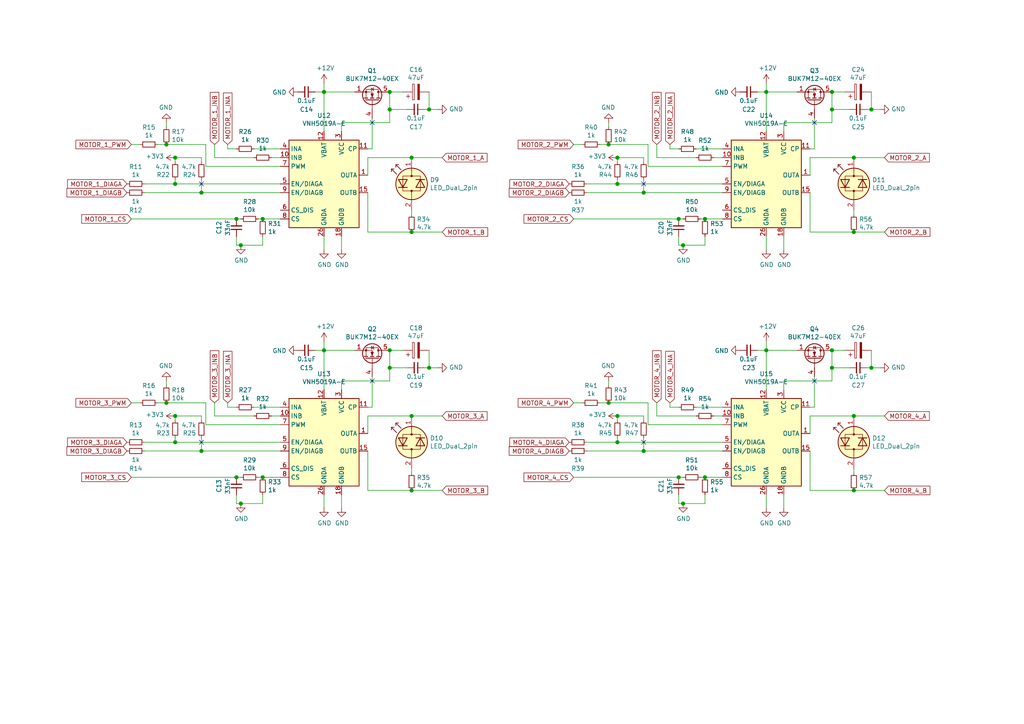
<source format=kicad_sch>
(kicad_sch (version 20201015) (generator eeschema)
  (page 1 6)
  (paper "A4")
  (lib_symbols
    (symbol "Device:CP" (pin_numbers hide) (pin_names (offset 0.254))
      (property "Reference" "C" (at 0.635 2.54 0))
      (property "Value" "CP" (at 0.635 -2.54 0))
      (symbol "CP_0_1"
        (rectangle (start -2.286 0.508) (end 2.286 1.016))
        (rectangle (start 2.286 -0.508) (end -2.286 -1.016) (fill (type outline)))
        (polyline (pts (xy -1.778 2.286) (xy -0.762 2.286)))
        (polyline (pts (xy -1.27 2.794) (xy -1.27 1.778)))
      )
      (symbol "CP_1_1"
        (pin passive line (at 0 3.81 270) (length 2.794) (name "~") (number "1"))
        (pin passive line (at 0 -3.81 90) (length 2.794) (name "~") (number "2"))
      )
    )
    (symbol "Device:C_Small" (pin_numbers hide) (pin_names (offset 0.254) hide)
      (property "Reference" "C" (at 0.254 1.778 0))
      (property "Value" "C_Small" (at 0.254 -2.032 0))
      (symbol "C_Small_0_1"
        (polyline (pts (xy -1.524 -0.508) (xy 1.524 -0.508)) (stroke (width 0.3302)))
        (polyline (pts (xy -1.524 0.508) (xy 1.524 0.508)) (stroke (width 0.3048)))
      )
      (symbol "C_Small_1_1"
        (pin passive line (at 0 2.54 270) (length 2.032) (name "~") (number "1"))
        (pin passive line (at 0 -2.54 90) (length 2.032) (name "~") (number "2"))
      )
    )
    (symbol "Device:LED_Dual_2pin" (pin_names (offset 0) hide)
      (property "Reference" "D" (at 0 5.715 0))
      (property "Value" "LED_Dual_2pin" (at 0 -6.35 0))
      (symbol "LED_Dual_2pin_0_1"
        (circle (center -2.032 0) (radius 0.254) (fill (type outline)))
        (circle (center 0 0) (radius 4.572) (stroke (width 0.254)) (fill (type background)))
        (circle (center 2.286 0) (radius 0.254) (fill (type outline)))
        (polyline (pts (xy -4.572 0) (xy -2.54 0)))
        (polyline (pts (xy -2.032 0) (xy -2.54 0)))
        (polyline (pts (xy -1.016 3.81) (xy -1.016 1.27)) (stroke (width 0.254)))
        (polyline (pts (xy 1.27 -1.27) (xy 1.27 -3.81)) (stroke (width 0.254)))
        (polyline (pts (xy 4.064 0) (xy 2.286 0)) (fill (type outline)))
        (polyline (pts (xy 4.318 5.842) (xy 4.318 5.08)) (stroke (width 0.2032)))
        (polyline (pts (xy 5.588 4.572) (xy 5.588 3.81)) (stroke (width 0.2032)))
        (polyline (pts (xy 2.794 4.318) (xy 4.318 5.842) (xy 3.556 5.842)) (stroke (width 0.2032)))
        (polyline (pts (xy 4.064 3.048) (xy 5.588 4.572) (xy 4.826 4.572)) (stroke (width 0.2032)))
        (polyline (pts (xy -1.016 -1.27) (xy -1.016 -3.81) (xy 1.27 -2.54) (xy -1.016 -1.27)) (stroke (width 0.254)))
        (polyline (pts (xy 1.27 3.81) (xy 1.27 1.27) (xy -1.016 2.54) (xy 1.27 3.81)) (stroke (width 0.254)))
        (polyline (pts (xy 2.286 2.54) (xy -2.032 2.54) (xy -2.032 -2.54) (xy 2.286 -2.54) (xy 2.286 2.54)))
      )
      (symbol "LED_Dual_2pin_1_1"
        (pin input line (at 7.62 0 180) (length 3.81) (name "KA") (number "1"))
        (pin input line (at -7.62 0 0) (length 3.048) (name "AK") (number "2"))
      )
    )
    (symbol "Device:R_Small" (pin_numbers hide) (pin_names (offset 0.254) hide)
      (property "Reference" "R" (at 0.762 0.508 0))
      (property "Value" "R_Small" (at 0.762 -1.016 0))
      (symbol "R_Small_0_1"
        (rectangle (start -0.762 1.778) (end 0.762 -1.778) (stroke (width 0.2032)))
      )
      (symbol "R_Small_1_1"
        (pin passive line (at 0 2.54 270) (length 0.762) (name "~") (number "1"))
        (pin passive line (at 0 -2.54 90) (length 0.762) (name "~") (number "2"))
      )
    )
    (symbol "Driver_Motor:VNH5019A-E"
      (property "Reference" "U" (at -7.62 13.97 0))
      (property "Value" "VNH5019A-E" (at 12.7 13.97 0))
      (symbol "VNH5019A-E_0_1"
        (rectangle (start -10.16 12.7) (end 10.16 -12.7) (stroke (width 0.254)) (fill (type background)))
      )
      (symbol "VNH5019A-E_1_1"
        (pin output line (at 12.7 2.54 180) (length 2.54) (name "OUTA") (number "1"))
        (pin input line (at -12.7 7.62 0) (length 2.54) (name "INB") (number "10"))
        (pin output line (at 12.7 10.16 180) (length 2.54) (name "CP") (number "11"))
        (pin power_in line (at 0 15.24 270) (length 2.54) (name "VBAT") (number "12"))
        (pin passive line (at 5.08 15.24 270) (length 2.54) hide (name "VCC") (number "13"))
        (pin unconnected line (at 10.16 -10.16 180) (length 2.54) hide (name "NC") (number "14"))
        (pin output line (at 12.7 -2.54 180) (length 2.54) (name "OUTB") (number "15"))
        (pin passive line (at 12.7 -2.54 180) (length 2.54) hide (name "OUTB") (number "16"))
        (pin unconnected line (at 10.16 -5.08 180) (length 2.54) hide (name "NC") (number "17"))
        (pin power_in line (at 5.08 -15.24 90) (length 2.54) (name "GNDB") (number "18"))
        (pin passive line (at 5.08 -15.24 90) (length 2.54) hide (name "GNDB") (number "19"))
        (pin unconnected line (at 10.16 -7.62 180) (length 2.54) hide (name "NC") (number "2"))
        (pin passive line (at 5.08 -15.24 90) (length 2.54) hide (name "GNDB") (number "20"))
        (pin passive line (at 12.7 -2.54 180) (length 2.54) hide (name "OUTB") (number "21"))
        (pin unconnected line (at 10.16 0 180) (length 2.54) hide (name "NC") (number "22"))
        (pin passive line (at 5.08 15.24 270) (length 2.54) hide (name "VCC") (number "23"))
        (pin unconnected line (at 10.16 5.08 180) (length 2.54) hide (name "NC") (number "24"))
        (pin passive line (at 12.7 2.54 180) (length 2.54) hide (name "OUTA") (number "25"))
        (pin power_in line (at 0 -15.24 90) (length 2.54) (name "GNDA") (number "26"))
        (pin passive line (at 0 -15.24 90) (length 2.54) hide (name "GNDA") (number "27"))
        (pin passive line (at 0 -15.24 90) (length 2.54) hide (name "GNDA") (number "28"))
        (pin unconnected line (at 10.16 7.62 180) (length 2.54) hide (name "NC") (number "29"))
        (pin power_in line (at 5.08 15.24 270) (length 2.54) (name "VCC") (number "3"))
        (pin passive line (at 12.7 2.54 180) (length 2.54) hide (name "OUTA") (number "30"))
        (pin passive line (at 5.08 15.24 270) (length 2.54) hide (name "VCC") (number "31"))
        (pin passive line (at 12.7 -2.54 180) (length 2.54) hide (name "OUTB") (number "32"))
        (pin passive line (at 12.7 2.54 180) (length 2.54) hide (name "OUTA") (number "33"))
        (pin input line (at -12.7 10.16 0) (length 2.54) (name "INA") (number "4"))
        (pin open_collector line (at -12.7 0 0) (length 2.54) (name "EN/DIAGA") (number "5"))
        (pin input line (at -12.7 -7.62 0) (length 2.54) (name "CS_DIS") (number "6"))
        (pin input line (at -12.7 5.08 0) (length 2.54) (name "PWM") (number "7"))
        (pin output line (at -12.7 -10.16 0) (length 2.54) (name "CS") (number "8"))
        (pin open_collector line (at -12.7 -2.54 0) (length 2.54) (name "EN/DIAGB") (number "9"))
      )
    )
    (symbol "Transistor_FET:BUK7M12-40EX" (pin_names hide)
      (property "Reference" "Q" (at 5.08 1.905 0))
      (property "Value" "BUK7M12-40EX" (at 5.08 0 0))
      (symbol "BUK7M12-40EX_0_1"
        (circle (center 1.651 0) (radius 2.794) (stroke (width 0.254)))
        (circle (center 2.54 -1.778) (radius 0.254) (fill (type outline)))
        (circle (center 2.54 1.778) (radius 0.254) (fill (type outline)))
        (polyline (pts (xy 0.254 0) (xy -2.54 0)))
        (polyline (pts (xy 0.254 1.905) (xy 0.254 -1.905)) (stroke (width 0.254)))
        (polyline (pts (xy 0.762 -1.27) (xy 0.762 -2.286)) (stroke (width 0.254)))
        (polyline (pts (xy 0.762 0.508) (xy 0.762 -0.508)) (stroke (width 0.254)))
        (polyline (pts (xy 0.762 2.286) (xy 0.762 1.27)) (stroke (width 0.254)))
        (polyline (pts (xy 2.54 2.54) (xy 2.54 1.778)))
        (polyline (pts (xy 2.54 -2.54) (xy 2.54 0) (xy 0.762 0)))
        (polyline (pts (xy 0.762 -1.778) (xy 3.302 -1.778) (xy 3.302 1.778) (xy 0.762 1.778)))
        (polyline (pts (xy 1.016 0) (xy 2.032 0.381) (xy 2.032 -0.381) (xy 1.016 0)) (fill (type outline)))
        (polyline (pts (xy 2.794 0.508) (xy 2.921 0.381) (xy 3.683 0.381) (xy 3.81 0.254)))
        (polyline (pts (xy 3.302 0.381) (xy 2.921 -0.254) (xy 3.683 -0.254) (xy 3.302 0.381)))
      )
      (symbol "BUK7M12-40EX_1_1"
        (pin passive line (at 2.54 -5.08 90) (length 2.54) (name "S") (number "1"))
        (pin passive line (at 2.54 -5.08 90) (length 2.54) hide (name "S") (number "2"))
        (pin passive line (at 2.54 -5.08 90) (length 2.54) hide (name "S") (number "3"))
        (pin passive line (at -5.08 0 0) (length 2.54) (name "G") (number "4"))
        (pin passive line (at 2.54 5.08 270) (length 2.54) (name "D") (number "5"))
      )
    )
    (symbol "power:+12V" (power) (pin_names (offset 0))
      (property "Value" "+12V" (at 0 3.556 0))
      (symbol "+12V_0_1"
        (polyline (pts (xy -0.762 1.27) (xy 0 2.54)))
        (polyline (pts (xy 0 0) (xy 0 2.54)))
        (polyline (pts (xy 0 2.54) (xy 0.762 1.27)))
      )
      (symbol "+12V_1_1"
        (pin power_in line (at 0 0 90) (length 0) hide (name "+12V") (number "1"))
      )
    )
    (symbol "power:+3.3V" (power) (pin_names (offset 0))
      (property "Value" "+3.3V" (at 0 3.556 0))
      (symbol "+3.3V_0_1"
        (polyline (pts (xy -0.762 1.27) (xy 0 2.54)))
        (polyline (pts (xy 0 0) (xy 0 2.54)))
        (polyline (pts (xy 0 2.54) (xy 0.762 1.27)))
      )
      (symbol "+3.3V_1_1"
        (pin power_in line (at 0 0 90) (length 0) hide (name "+3V3") (number "1"))
      )
    )
    (symbol "power:GND" (power) (pin_names (offset 0))
      (property "Value" "GND" (at 0 -3.81 0))
      (symbol "GND_0_1"
        (polyline (pts (xy 0 0) (xy 0 -1.27) (xy 1.27 -1.27) (xy 0 -2.54) (xy -1.27 -1.27) (xy 0 -1.27)))
      )
      (symbol "GND_1_1"
        (pin power_in line (at 0 0 270) (length 0) hide (name "GND") (number "1"))
      )
    )
  )
  (junction (at 48.26 41.91) (diameter 1.016))
  (junction (at 48.26 116.84) (diameter 1.016))
  (junction (at 50.8 45.72) (diameter 1.016))
  (junction (at 50.8 53.34) (diameter 1.016))
  (junction (at 50.8 120.65) (diameter 1.016))
  (junction (at 50.8 128.27) (diameter 1.016))
  (junction (at 58.42 55.88) (diameter 1.016))
  (junction (at 58.42 130.81) (diameter 1.016))
  (junction (at 68.58 63.5) (diameter 1.016))
  (junction (at 68.58 138.43) (diameter 1.016))
  (junction (at 69.85 71.12) (diameter 1.016))
  (junction (at 69.85 146.05) (diameter 1.016))
  (junction (at 76.2 63.5) (diameter 1.016))
  (junction (at 76.2 138.43) (diameter 1.016))
  (junction (at 93.98 26.67) (diameter 1.016))
  (junction (at 93.98 101.6) (diameter 1.016))
  (junction (at 113.03 26.67) (diameter 1.016))
  (junction (at 113.03 31.75) (diameter 1.016))
  (junction (at 113.03 101.6) (diameter 1.016))
  (junction (at 113.03 106.68) (diameter 1.016))
  (junction (at 119.38 45.72) (diameter 1.016))
  (junction (at 119.38 67.31) (diameter 1.016))
  (junction (at 119.38 120.65) (diameter 1.016))
  (junction (at 119.38 142.24) (diameter 1.016))
  (junction (at 124.46 31.75) (diameter 1.016))
  (junction (at 124.46 106.68) (diameter 1.016))
  (junction (at 176.53 41.91) (diameter 1.016))
  (junction (at 176.53 116.84) (diameter 1.016))
  (junction (at 179.07 45.72) (diameter 1.016))
  (junction (at 179.07 53.34) (diameter 1.016))
  (junction (at 179.07 120.65) (diameter 1.016))
  (junction (at 179.07 128.27) (diameter 1.016))
  (junction (at 186.69 55.88) (diameter 1.016))
  (junction (at 186.69 130.81) (diameter 1.016))
  (junction (at 196.85 63.5) (diameter 1.016))
  (junction (at 196.85 138.43) (diameter 1.016))
  (junction (at 198.12 71.12) (diameter 1.016))
  (junction (at 198.12 146.05) (diameter 1.016))
  (junction (at 204.47 63.5) (diameter 1.016))
  (junction (at 204.47 138.43) (diameter 1.016))
  (junction (at 222.25 26.67) (diameter 1.016))
  (junction (at 222.25 101.6) (diameter 1.016))
  (junction (at 241.3 26.67) (diameter 1.016))
  (junction (at 241.3 31.75) (diameter 1.016))
  (junction (at 241.3 101.6) (diameter 1.016))
  (junction (at 241.3 106.68) (diameter 1.016))
  (junction (at 247.65 45.72) (diameter 1.016))
  (junction (at 247.65 67.31) (diameter 1.016))
  (junction (at 247.65 120.65) (diameter 1.016))
  (junction (at 247.65 142.24) (diameter 1.016))
  (junction (at 252.73 31.75) (diameter 1.016))
  (junction (at 252.73 106.68) (diameter 1.016))
  (no_connect (at 58.42 53.34))
  (no_connect (at 107.95 110.49))
  (no_connect (at 186.69 53.34))
  (no_connect (at 186.69 128.27))
  (no_connect (at 236.22 110.49))
  (no_connect (at 236.22 35.56))
  (no_connect (at 107.95 35.56))
  (no_connect (at 58.42 128.27))
  (wire (pts (xy 38.1 63.5) (xy 68.58 63.5)))
  (wire (pts (xy 38.1 138.43) (xy 68.58 138.43)))
  (wire (pts (xy 40.64 41.91) (xy 38.1 41.91)))
  (wire (pts (xy 40.64 116.84) (xy 38.1 116.84)))
  (wire (pts (xy 41.91 53.34) (xy 50.8 53.34)))
  (wire (pts (xy 41.91 55.88) (xy 58.42 55.88)))
  (wire (pts (xy 41.91 128.27) (xy 50.8 128.27)))
  (wire (pts (xy 41.91 130.81) (xy 58.42 130.81)))
  (wire (pts (xy 45.72 41.91) (xy 48.26 41.91)))
  (wire (pts (xy 45.72 116.84) (xy 48.26 116.84)))
  (wire (pts (xy 48.26 35.56) (xy 48.26 36.83)))
  (wire (pts (xy 48.26 110.49) (xy 48.26 111.76)))
  (wire (pts (xy 50.8 45.72) (xy 58.42 45.72)))
  (wire (pts (xy 50.8 46.99) (xy 50.8 45.72)))
  (wire (pts (xy 50.8 52.07) (xy 50.8 53.34)))
  (wire (pts (xy 50.8 53.34) (xy 81.28 53.34)))
  (wire (pts (xy 50.8 120.65) (xy 58.42 120.65)))
  (wire (pts (xy 50.8 121.92) (xy 50.8 120.65)))
  (wire (pts (xy 50.8 127) (xy 50.8 128.27)))
  (wire (pts (xy 50.8 128.27) (xy 81.28 128.27)))
  (wire (pts (xy 58.42 45.72) (xy 58.42 46.99)))
  (wire (pts (xy 58.42 52.07) (xy 58.42 55.88)))
  (wire (pts (xy 58.42 55.88) (xy 81.28 55.88)))
  (wire (pts (xy 58.42 120.65) (xy 58.42 121.92)))
  (wire (pts (xy 58.42 127) (xy 58.42 130.81)))
  (wire (pts (xy 58.42 130.81) (xy 81.28 130.81)))
  (wire (pts (xy 59.69 41.91) (xy 48.26 41.91)))
  (wire (pts (xy 59.69 48.26) (xy 59.69 41.91)))
  (wire (pts (xy 59.69 48.26) (xy 81.28 48.26)))
  (wire (pts (xy 59.69 116.84) (xy 48.26 116.84)))
  (wire (pts (xy 59.69 123.19) (xy 59.69 116.84)))
  (wire (pts (xy 59.69 123.19) (xy 81.28 123.19)))
  (wire (pts (xy 62.23 41.91) (xy 62.23 45.72)))
  (wire (pts (xy 62.23 45.72) (xy 73.66 45.72)))
  (wire (pts (xy 62.23 116.84) (xy 62.23 120.65)))
  (wire (pts (xy 62.23 120.65) (xy 73.66 120.65)))
  (wire (pts (xy 66.04 41.91) (xy 66.04 43.18)))
  (wire (pts (xy 66.04 43.18) (xy 68.58 43.18)))
  (wire (pts (xy 66.04 116.84) (xy 66.04 118.11)))
  (wire (pts (xy 66.04 118.11) (xy 68.58 118.11)))
  (wire (pts (xy 68.58 63.5) (xy 69.85 63.5)))
  (wire (pts (xy 68.58 68.58) (xy 68.58 71.12)))
  (wire (pts (xy 68.58 71.12) (xy 69.85 71.12)))
  (wire (pts (xy 68.58 138.43) (xy 69.85 138.43)))
  (wire (pts (xy 68.58 143.51) (xy 68.58 146.05)))
  (wire (pts (xy 68.58 146.05) (xy 69.85 146.05)))
  (wire (pts (xy 73.66 43.18) (xy 81.28 43.18)))
  (wire (pts (xy 73.66 118.11) (xy 81.28 118.11)))
  (wire (pts (xy 76.2 63.5) (xy 74.93 63.5)))
  (wire (pts (xy 76.2 68.58) (xy 76.2 71.12)))
  (wire (pts (xy 76.2 71.12) (xy 69.85 71.12)))
  (wire (pts (xy 76.2 138.43) (xy 74.93 138.43)))
  (wire (pts (xy 76.2 143.51) (xy 76.2 146.05)))
  (wire (pts (xy 76.2 146.05) (xy 69.85 146.05)))
  (wire (pts (xy 78.74 45.72) (xy 81.28 45.72)))
  (wire (pts (xy 78.74 120.65) (xy 81.28 120.65)))
  (wire (pts (xy 81.28 63.5) (xy 76.2 63.5)))
  (wire (pts (xy 81.28 138.43) (xy 76.2 138.43)))
  (wire (pts (xy 91.44 26.67) (xy 93.98 26.67)))
  (wire (pts (xy 91.44 101.6) (xy 93.98 101.6)))
  (wire (pts (xy 93.98 24.13) (xy 93.98 26.67)))
  (wire (pts (xy 93.98 26.67) (xy 93.98 38.1)))
  (wire (pts (xy 93.98 26.67) (xy 102.87 26.67)))
  (wire (pts (xy 93.98 72.39) (xy 93.98 68.58)))
  (wire (pts (xy 93.98 99.06) (xy 93.98 101.6)))
  (wire (pts (xy 93.98 101.6) (xy 93.98 113.03)))
  (wire (pts (xy 93.98 101.6) (xy 102.87 101.6)))
  (wire (pts (xy 93.98 147.32) (xy 93.98 143.51)))
  (wire (pts (xy 99.06 35.56) (xy 99.06 38.1)))
  (wire (pts (xy 99.06 35.56) (xy 113.03 35.56)))
  (wire (pts (xy 99.06 72.39) (xy 99.06 68.58)))
  (wire (pts (xy 99.06 110.49) (xy 99.06 113.03)))
  (wire (pts (xy 99.06 110.49) (xy 113.03 110.49)))
  (wire (pts (xy 99.06 147.32) (xy 99.06 143.51)))
  (wire (pts (xy 106.68 43.18) (xy 107.95 43.18)))
  (wire (pts (xy 106.68 45.72) (xy 119.38 45.72)))
  (wire (pts (xy 106.68 50.8) (xy 106.68 45.72)))
  (wire (pts (xy 106.68 67.31) (xy 106.68 55.88)))
  (wire (pts (xy 106.68 118.11) (xy 107.95 118.11)))
  (wire (pts (xy 106.68 120.65) (xy 119.38 120.65)))
  (wire (pts (xy 106.68 125.73) (xy 106.68 120.65)))
  (wire (pts (xy 106.68 142.24) (xy 106.68 130.81)))
  (wire (pts (xy 107.95 34.29) (xy 107.95 43.18)))
  (wire (pts (xy 107.95 109.22) (xy 107.95 118.11)))
  (wire (pts (xy 113.03 26.67) (xy 113.03 31.75)))
  (wire (pts (xy 113.03 31.75) (xy 113.03 35.56)))
  (wire (pts (xy 113.03 101.6) (xy 113.03 106.68)))
  (wire (pts (xy 113.03 106.68) (xy 113.03 110.49)))
  (wire (pts (xy 116.84 26.67) (xy 113.03 26.67)))
  (wire (pts (xy 116.84 101.6) (xy 113.03 101.6)))
  (wire (pts (xy 118.11 31.75) (xy 113.03 31.75)))
  (wire (pts (xy 118.11 106.68) (xy 113.03 106.68)))
  (wire (pts (xy 119.38 45.72) (xy 128.27 45.72)))
  (wire (pts (xy 119.38 62.23) (xy 119.38 60.96)))
  (wire (pts (xy 119.38 67.31) (xy 106.68 67.31)))
  (wire (pts (xy 119.38 120.65) (xy 128.27 120.65)))
  (wire (pts (xy 119.38 137.16) (xy 119.38 135.89)))
  (wire (pts (xy 119.38 142.24) (xy 106.68 142.24)))
  (wire (pts (xy 123.19 31.75) (xy 124.46 31.75)))
  (wire (pts (xy 123.19 106.68) (xy 124.46 106.68)))
  (wire (pts (xy 124.46 26.67) (xy 124.46 31.75)))
  (wire (pts (xy 124.46 31.75) (xy 127 31.75)))
  (wire (pts (xy 124.46 101.6) (xy 124.46 106.68)))
  (wire (pts (xy 124.46 106.68) (xy 127 106.68)))
  (wire (pts (xy 128.27 67.31) (xy 119.38 67.31)))
  (wire (pts (xy 128.27 142.24) (xy 119.38 142.24)))
  (wire (pts (xy 166.37 63.5) (xy 196.85 63.5)))
  (wire (pts (xy 166.37 138.43) (xy 196.85 138.43)))
  (wire (pts (xy 168.91 41.91) (xy 166.37 41.91)))
  (wire (pts (xy 168.91 116.84) (xy 166.37 116.84)))
  (wire (pts (xy 170.18 53.34) (xy 179.07 53.34)))
  (wire (pts (xy 170.18 55.88) (xy 186.69 55.88)))
  (wire (pts (xy 170.18 128.27) (xy 179.07 128.27)))
  (wire (pts (xy 170.18 130.81) (xy 186.69 130.81)))
  (wire (pts (xy 173.99 41.91) (xy 176.53 41.91)))
  (wire (pts (xy 173.99 116.84) (xy 176.53 116.84)))
  (wire (pts (xy 176.53 35.56) (xy 176.53 36.83)))
  (wire (pts (xy 176.53 110.49) (xy 176.53 111.76)))
  (wire (pts (xy 179.07 45.72) (xy 186.69 45.72)))
  (wire (pts (xy 179.07 46.99) (xy 179.07 45.72)))
  (wire (pts (xy 179.07 52.07) (xy 179.07 53.34)))
  (wire (pts (xy 179.07 53.34) (xy 209.55 53.34)))
  (wire (pts (xy 179.07 120.65) (xy 186.69 120.65)))
  (wire (pts (xy 179.07 121.92) (xy 179.07 120.65)))
  (wire (pts (xy 179.07 127) (xy 179.07 128.27)))
  (wire (pts (xy 179.07 128.27) (xy 209.55 128.27)))
  (wire (pts (xy 186.69 45.72) (xy 186.69 46.99)))
  (wire (pts (xy 186.69 52.07) (xy 186.69 55.88)))
  (wire (pts (xy 186.69 55.88) (xy 209.55 55.88)))
  (wire (pts (xy 186.69 120.65) (xy 186.69 121.92)))
  (wire (pts (xy 186.69 127) (xy 186.69 130.81)))
  (wire (pts (xy 186.69 130.81) (xy 209.55 130.81)))
  (wire (pts (xy 187.96 41.91) (xy 176.53 41.91)))
  (wire (pts (xy 187.96 48.26) (xy 187.96 41.91)))
  (wire (pts (xy 187.96 48.26) (xy 209.55 48.26)))
  (wire (pts (xy 187.96 116.84) (xy 176.53 116.84)))
  (wire (pts (xy 187.96 123.19) (xy 187.96 116.84)))
  (wire (pts (xy 187.96 123.19) (xy 209.55 123.19)))
  (wire (pts (xy 190.5 41.91) (xy 190.5 45.72)))
  (wire (pts (xy 190.5 45.72) (xy 201.93 45.72)))
  (wire (pts (xy 190.5 116.84) (xy 190.5 120.65)))
  (wire (pts (xy 190.5 120.65) (xy 201.93 120.65)))
  (wire (pts (xy 194.31 41.91) (xy 194.31 43.18)))
  (wire (pts (xy 194.31 43.18) (xy 196.85 43.18)))
  (wire (pts (xy 194.31 116.84) (xy 194.31 118.11)))
  (wire (pts (xy 194.31 118.11) (xy 196.85 118.11)))
  (wire (pts (xy 196.85 63.5) (xy 198.12 63.5)))
  (wire (pts (xy 196.85 68.58) (xy 196.85 71.12)))
  (wire (pts (xy 196.85 71.12) (xy 198.12 71.12)))
  (wire (pts (xy 196.85 138.43) (xy 198.12 138.43)))
  (wire (pts (xy 196.85 143.51) (xy 196.85 146.05)))
  (wire (pts (xy 196.85 146.05) (xy 198.12 146.05)))
  (wire (pts (xy 201.93 43.18) (xy 209.55 43.18)))
  (wire (pts (xy 201.93 118.11) (xy 209.55 118.11)))
  (wire (pts (xy 204.47 63.5) (xy 203.2 63.5)))
  (wire (pts (xy 204.47 68.58) (xy 204.47 71.12)))
  (wire (pts (xy 204.47 71.12) (xy 198.12 71.12)))
  (wire (pts (xy 204.47 138.43) (xy 203.2 138.43)))
  (wire (pts (xy 204.47 143.51) (xy 204.47 146.05)))
  (wire (pts (xy 204.47 146.05) (xy 198.12 146.05)))
  (wire (pts (xy 207.01 45.72) (xy 209.55 45.72)))
  (wire (pts (xy 207.01 120.65) (xy 209.55 120.65)))
  (wire (pts (xy 209.55 63.5) (xy 204.47 63.5)))
  (wire (pts (xy 209.55 138.43) (xy 204.47 138.43)))
  (wire (pts (xy 219.71 26.67) (xy 222.25 26.67)))
  (wire (pts (xy 219.71 101.6) (xy 222.25 101.6)))
  (wire (pts (xy 222.25 24.13) (xy 222.25 26.67)))
  (wire (pts (xy 222.25 26.67) (xy 222.25 38.1)))
  (wire (pts (xy 222.25 26.67) (xy 231.14 26.67)))
  (wire (pts (xy 222.25 72.39) (xy 222.25 68.58)))
  (wire (pts (xy 222.25 99.06) (xy 222.25 101.6)))
  (wire (pts (xy 222.25 101.6) (xy 222.25 113.03)))
  (wire (pts (xy 222.25 101.6) (xy 231.14 101.6)))
  (wire (pts (xy 222.25 147.32) (xy 222.25 143.51)))
  (wire (pts (xy 227.33 35.56) (xy 227.33 38.1)))
  (wire (pts (xy 227.33 35.56) (xy 241.3 35.56)))
  (wire (pts (xy 227.33 72.39) (xy 227.33 68.58)))
  (wire (pts (xy 227.33 110.49) (xy 227.33 113.03)))
  (wire (pts (xy 227.33 110.49) (xy 241.3 110.49)))
  (wire (pts (xy 227.33 147.32) (xy 227.33 143.51)))
  (wire (pts (xy 234.95 43.18) (xy 236.22 43.18)))
  (wire (pts (xy 234.95 45.72) (xy 247.65 45.72)))
  (wire (pts (xy 234.95 50.8) (xy 234.95 45.72)))
  (wire (pts (xy 234.95 67.31) (xy 234.95 55.88)))
  (wire (pts (xy 234.95 118.11) (xy 236.22 118.11)))
  (wire (pts (xy 234.95 120.65) (xy 247.65 120.65)))
  (wire (pts (xy 234.95 125.73) (xy 234.95 120.65)))
  (wire (pts (xy 234.95 142.24) (xy 234.95 130.81)))
  (wire (pts (xy 236.22 34.29) (xy 236.22 43.18)))
  (wire (pts (xy 236.22 109.22) (xy 236.22 118.11)))
  (wire (pts (xy 241.3 26.67) (xy 241.3 31.75)))
  (wire (pts (xy 241.3 31.75) (xy 241.3 35.56)))
  (wire (pts (xy 241.3 101.6) (xy 241.3 106.68)))
  (wire (pts (xy 241.3 106.68) (xy 241.3 110.49)))
  (wire (pts (xy 245.11 26.67) (xy 241.3 26.67)))
  (wire (pts (xy 245.11 101.6) (xy 241.3 101.6)))
  (wire (pts (xy 246.38 31.75) (xy 241.3 31.75)))
  (wire (pts (xy 246.38 106.68) (xy 241.3 106.68)))
  (wire (pts (xy 247.65 45.72) (xy 256.54 45.72)))
  (wire (pts (xy 247.65 62.23) (xy 247.65 60.96)))
  (wire (pts (xy 247.65 67.31) (xy 234.95 67.31)))
  (wire (pts (xy 247.65 120.65) (xy 256.54 120.65)))
  (wire (pts (xy 247.65 137.16) (xy 247.65 135.89)))
  (wire (pts (xy 247.65 142.24) (xy 234.95 142.24)))
  (wire (pts (xy 251.46 31.75) (xy 252.73 31.75)))
  (wire (pts (xy 251.46 106.68) (xy 252.73 106.68)))
  (wire (pts (xy 252.73 26.67) (xy 252.73 31.75)))
  (wire (pts (xy 252.73 31.75) (xy 255.27 31.75)))
  (wire (pts (xy 252.73 101.6) (xy 252.73 106.68)))
  (wire (pts (xy 252.73 106.68) (xy 255.27 106.68)))
  (wire (pts (xy 256.54 67.31) (xy 247.65 67.31)))
  (wire (pts (xy 256.54 142.24) (xy 247.65 142.24)))
  (global_label "MOTOR_1_DIAGA" (shape input) (at 36.83 53.34 180))
  (global_label "MOTOR_1_DIAGB" (shape input) (at 36.83 55.88 180))
  (global_label "MOTOR_3_DIAGA" (shape input) (at 36.83 128.27 180))
  (global_label "MOTOR_3_DIAGB" (shape input) (at 36.83 130.81 180))
  (global_label "MOTOR_1_PWM" (shape input) (at 38.1 41.91 180))
  (global_label "MOTOR_1_CS" (shape input) (at 38.1 63.5 180))
  (global_label "MOTOR_3_PWM" (shape input) (at 38.1 116.84 180))
  (global_label "MOTOR_3_CS" (shape input) (at 38.1 138.43 180))
  (global_label "MOTOR_1_INB" (shape input) (at 62.23 41.91 90))
  (global_label "MOTOR_3_INB" (shape input) (at 62.23 116.84 90))
  (global_label "MOTOR_1_INA" (shape input) (at 66.04 41.91 90))
  (global_label "MOTOR_3_INA" (shape input) (at 66.04 116.84 90))
  (global_label "MOTOR_1_A" (shape input) (at 128.27 45.72 0))
  (global_label "MOTOR_1_B" (shape input) (at 128.27 67.31 0))
  (global_label "MOTOR_3_A" (shape input) (at 128.27 120.65 0))
  (global_label "MOTOR_3_B" (shape input) (at 128.27 142.24 0))
  (global_label "MOTOR_2_DIAGA" (shape input) (at 165.1 53.34 180))
  (global_label "MOTOR_2_DIAGB" (shape input) (at 165.1 55.88 180))
  (global_label "MOTOR_4_DIAGA" (shape input) (at 165.1 128.27 180))
  (global_label "MOTOR_4_DIAGB" (shape input) (at 165.1 130.81 180))
  (global_label "MOTOR_2_PWM" (shape input) (at 166.37 41.91 180))
  (global_label "MOTOR_2_CS" (shape input) (at 166.37 63.5 180))
  (global_label "MOTOR_4_PWM" (shape input) (at 166.37 116.84 180))
  (global_label "MOTOR_4_CS" (shape input) (at 166.37 138.43 180))
  (global_label "MOTOR_2_INB" (shape input) (at 190.5 41.91 90))
  (global_label "MOTOR_4_INB" (shape input) (at 190.5 116.84 90))
  (global_label "MOTOR_2_INA" (shape input) (at 194.31 41.91 90))
  (global_label "MOTOR_4_INA" (shape input) (at 194.31 116.84 90))
  (global_label "MOTOR_2_A" (shape input) (at 256.54 45.72 0))
  (global_label "MOTOR_2_B" (shape input) (at 256.54 67.31 0))
  (global_label "MOTOR_4_A" (shape input) (at 256.54 120.65 0))
  (global_label "MOTOR_4_B" (shape input) (at 256.54 142.24 0))
  (symbol (lib_id "power:+3.3V") (at 50.8 45.72 90) (unit 1)
    (property "Reference" "#PWR0199" (effects hide))
    (property "Value" "+3.3V" (at 47.5488 45.339 90) (effects (justify left)))
  )
  (symbol (lib_id "power:+3.3V") (at 50.8 120.65 90) (unit 1)
    (property "Reference" "#PWR0215" (effects hide))
    (property "Value" "+3.3V" (at 47.5488 120.269 90) (effects (justify left)))
  )
  (symbol (lib_id "power:+12V") (at 93.98 24.13 0) (unit 1)
    (property "Reference" "#PWR0202" (effects hide))
    (property "Value" "+12V" (at 94.361 19.7358 0))
  )
  (symbol (lib_id "power:+12V") (at 93.98 99.06 0) (unit 1)
    (property "Reference" "#PWR0218" (effects hide))
    (property "Value" "+12V" (at 94.361 94.6658 0))
  )
  (symbol (lib_id "power:+3.3V") (at 179.07 45.72 90) (unit 1)
    (property "Reference" "#PWR0207" (effects hide))
    (property "Value" "+3.3V" (at 175.8188 45.339 90) (effects (justify left)))
  )
  (symbol (lib_id "power:+3.3V") (at 179.07 120.65 90) (unit 1)
    (property "Reference" "#PWR0223" (effects hide))
    (property "Value" "+3.3V" (at 175.8188 120.269 90) (effects (justify left)))
  )
  (symbol (lib_id "power:+12V") (at 222.25 24.13 0) (unit 1)
    (property "Reference" "#PWR0210" (effects hide))
    (property "Value" "+12V" (at 222.631 19.7358 0))
  )
  (symbol (lib_id "power:+12V") (at 222.25 99.06 0) (unit 1)
    (property "Reference" "#PWR0226" (effects hide))
    (property "Value" "+12V" (at 222.631 94.6658 0))
  )
  (symbol (lib_id "power:GND") (at 48.26 35.56 180) (unit 1)
    (property "Reference" "#PWR0205" (effects hide))
    (property "Value" "GND" (at 48.133 31.1658 0))
  )
  (symbol (lib_id "power:GND") (at 48.26 110.49 180) (unit 1)
    (property "Reference" "#PWR0221" (effects hide))
    (property "Value" "GND" (at 48.133 106.0958 0))
  )
  (symbol (lib_id "power:GND") (at 69.85 71.12 0) (unit 1)
    (property "Reference" "#PWR0200" (effects hide))
    (property "Value" "GND" (at 69.977 75.5142 0))
  )
  (symbol (lib_id "power:GND") (at 69.85 146.05 0) (unit 1)
    (property "Reference" "#PWR0216" (effects hide))
    (property "Value" "GND" (at 69.977 150.4442 0))
  )
  (symbol (lib_id "power:GND") (at 86.36 26.67 270) (unit 1)
    (property "Reference" "#PWR0206" (effects hide))
    (property "Value" "GND" (at 83.1088 26.797 90) (effects (justify right)))
  )
  (symbol (lib_id "power:GND") (at 86.36 101.6 270) (unit 1)
    (property "Reference" "#PWR0222" (effects hide))
    (property "Value" "GND" (at 83.1088 101.727 90) (effects (justify right)))
  )
  (symbol (lib_id "power:GND") (at 93.98 72.39 0) (unit 1)
    (property "Reference" "#PWR0204" (effects hide))
    (property "Value" "GND" (at 94.107 76.7842 0))
  )
  (symbol (lib_id "power:GND") (at 93.98 147.32 0) (unit 1)
    (property "Reference" "#PWR0220" (effects hide))
    (property "Value" "GND" (at 94.107 151.7142 0))
  )
  (symbol (lib_id "power:GND") (at 99.06 72.39 0) (unit 1)
    (property "Reference" "#PWR0203" (effects hide))
    (property "Value" "GND" (at 99.187 76.7842 0))
  )
  (symbol (lib_id "power:GND") (at 99.06 147.32 0) (unit 1)
    (property "Reference" "#PWR0219" (effects hide))
    (property "Value" "GND" (at 99.187 151.7142 0))
  )
  (symbol (lib_id "power:GND") (at 127 31.75 90) (unit 1)
    (property "Reference" "#PWR0201" (effects hide))
    (property "Value" "GND" (at 130.2512 31.623 90) (effects (justify right)))
  )
  (symbol (lib_id "power:GND") (at 127 106.68 90) (unit 1)
    (property "Reference" "#PWR0217" (effects hide))
    (property "Value" "GND" (at 130.2512 106.553 90) (effects (justify right)))
  )
  (symbol (lib_id "power:GND") (at 176.53 35.56 180) (unit 1)
    (property "Reference" "#PWR0213" (effects hide))
    (property "Value" "GND" (at 176.403 31.1658 0))
  )
  (symbol (lib_id "power:GND") (at 176.53 110.49 180) (unit 1)
    (property "Reference" "#PWR0229" (effects hide))
    (property "Value" "GND" (at 176.403 106.0958 0))
  )
  (symbol (lib_id "power:GND") (at 198.12 71.12 0) (unit 1)
    (property "Reference" "#PWR0208" (effects hide))
    (property "Value" "GND" (at 198.247 75.5142 0))
  )
  (symbol (lib_id "power:GND") (at 198.12 146.05 0) (unit 1)
    (property "Reference" "#PWR0224" (effects hide))
    (property "Value" "GND" (at 198.247 150.4442 0))
  )
  (symbol (lib_id "power:GND") (at 214.63 26.67 270) (unit 1)
    (property "Reference" "#PWR0214" (effects hide))
    (property "Value" "GND" (at 211.3788 26.797 90) (effects (justify right)))
  )
  (symbol (lib_id "power:GND") (at 214.63 101.6 270) (unit 1)
    (property "Reference" "#PWR0230" (effects hide))
    (property "Value" "GND" (at 211.3788 101.727 90) (effects (justify right)))
  )
  (symbol (lib_id "power:GND") (at 222.25 72.39 0) (unit 1)
    (property "Reference" "#PWR0212" (effects hide))
    (property "Value" "GND" (at 222.377 76.7842 0))
  )
  (symbol (lib_id "power:GND") (at 222.25 147.32 0) (unit 1)
    (property "Reference" "#PWR0228" (effects hide))
    (property "Value" "GND" (at 222.377 151.7142 0))
  )
  (symbol (lib_id "power:GND") (at 227.33 72.39 0) (unit 1)
    (property "Reference" "#PWR0211" (effects hide))
    (property "Value" "GND" (at 227.457 76.7842 0))
  )
  (symbol (lib_id "power:GND") (at 227.33 147.32 0) (unit 1)
    (property "Reference" "#PWR0227" (effects hide))
    (property "Value" "GND" (at 227.457 151.7142 0))
  )
  (symbol (lib_id "power:GND") (at 255.27 31.75 90) (unit 1)
    (property "Reference" "#PWR0209" (effects hide))
    (property "Value" "GND" (at 258.5212 31.623 90) (effects (justify right)))
  )
  (symbol (lib_id "power:GND") (at 255.27 106.68 90) (unit 1)
    (property "Reference" "#PWR0225" (effects hide))
    (property "Value" "GND" (at 258.5212 106.553 90) (effects (justify right)))
  )
  (symbol (lib_id "Device:R_Small") (at 39.37 53.34 90) (unit 1)
    (property "Reference" "R11" (at 39.37 48.3616 90))
    (property "Value" "1k" (at 39.37 50.673 90))
    (property "Footprint" "Resistor_SMD:R_0603_1608Metric_Pad1.05x0.95mm_HandSolder" (effects hide))
    (property "DigiKey" "311-1.0KGRCT-ND" (effects hide))
  )
  (symbol (lib_id "Device:R_Small") (at 39.37 55.88 90) (unit 1)
    (property "Reference" "R12" (at 39.37 60.96 90))
    (property "Value" "1k" (at 39.37 58.42 90))
    (property "Footprint" "Resistor_SMD:R_0603_1608Metric_Pad1.05x0.95mm_HandSolder" (effects hide))
    (property "DigiKey" "311-1.0KGRCT-ND" (effects hide))
  )
  (symbol (lib_id "Device:R_Small") (at 39.37 128.27 90) (unit 1)
    (property "Reference" "R13" (at 39.37 123.2916 90))
    (property "Value" "1k" (at 39.37 125.603 90))
    (property "Footprint" "Resistor_SMD:R_0603_1608Metric_Pad1.05x0.95mm_HandSolder" (effects hide))
    (property "DigiKey" "311-1.0KGRCT-ND" (effects hide))
  )
  (symbol (lib_id "Device:R_Small") (at 39.37 130.81 90) (unit 1)
    (property "Reference" "R14" (at 39.37 135.89 90))
    (property "Value" "1k" (at 39.37 133.35 90))
    (property "Footprint" "Resistor_SMD:R_0603_1608Metric_Pad1.05x0.95mm_HandSolder" (effects hide))
    (property "DigiKey" "311-1.0KGRCT-ND" (effects hide))
  )
  (symbol (lib_id "Device:R_Small") (at 43.18 41.91 90) (unit 1)
    (property "Reference" "R15" (at 43.18 36.9316 90))
    (property "Value" "1k" (at 43.18 39.243 90))
    (property "Footprint" "Resistor_SMD:R_0603_1608Metric_Pad1.05x0.95mm_HandSolder" (effects hide))
    (property "DigiKey" "311-1.0KGRCT-ND" (effects hide))
  )
  (symbol (lib_id "Device:R_Small") (at 43.18 116.84 90) (unit 1)
    (property "Reference" "R16" (at 43.18 111.8616 90))
    (property "Value" "1k" (at 43.18 114.173 90))
    (property "Footprint" "Resistor_SMD:R_0603_1608Metric_Pad1.05x0.95mm_HandSolder" (effects hide))
    (property "DigiKey" "311-1.0KGRCT-ND" (effects hide))
  )
  (symbol (lib_id "Device:R_Small") (at 48.26 39.37 180) (unit 1)
    (property "Reference" "R17" (at 49.7586 38.2016 0) (effects (justify right)))
    (property "Value" "10k" (at 49.7586 40.513 0) (effects (justify right)))
    (property "Footprint" "Resistor_SMD:R_0603_1608Metric_Pad1.05x0.95mm_HandSolder" (effects hide))
    (property "DigiKey" "311-10KGRCT-ND" (effects hide))
  )
  (symbol (lib_id "Device:R_Small") (at 48.26 114.3 180) (unit 1)
    (property "Reference" "R18" (at 49.7586 113.1316 0) (effects (justify right)))
    (property "Value" "10k" (at 49.7586 115.443 0) (effects (justify right)))
    (property "Footprint" "Resistor_SMD:R_0603_1608Metric_Pad1.05x0.95mm_HandSolder" (effects hide))
    (property "DigiKey" "311-10KGRCT-ND" (effects hide))
  )
  (symbol (lib_id "Device:R_Small") (at 50.8 49.53 180) (unit 1)
    (property "Reference" "R22" (at 49.3014 50.6984 0) (effects (justify left)))
    (property "Value" "4.7k" (at 49.3014 48.387 0) (effects (justify left)))
    (property "Footprint" "Resistor_SMD:R_0603_1608Metric_Pad1.05x0.95mm_HandSolder" (effects hide))
    (property "DigiKey" "RR08P4.7KDCT-ND" (effects hide))
  )
  (symbol (lib_id "Device:R_Small") (at 50.8 124.46 180) (unit 1)
    (property "Reference" "R23" (at 49.3014 125.6284 0) (effects (justify left)))
    (property "Value" "4.7k" (at 49.3014 123.317 0) (effects (justify left)))
    (property "Footprint" "Resistor_SMD:R_0603_1608Metric_Pad1.05x0.95mm_HandSolder" (effects hide))
    (property "DigiKey" "RR08P4.7KDCT-ND" (effects hide))
  )
  (symbol (lib_id "Device:R_Small") (at 58.42 49.53 180) (unit 1)
    (property "Reference" "R24" (at 56.9214 50.6984 0) (effects (justify left)))
    (property "Value" "4.7k" (at 56.9214 48.387 0) (effects (justify left)))
    (property "Footprint" "Resistor_SMD:R_0603_1608Metric_Pad1.05x0.95mm_HandSolder" (effects hide))
    (property "DigiKey" "RR08P4.7KDCT-ND" (effects hide))
  )
  (symbol (lib_id "Device:R_Small") (at 58.42 124.46 180) (unit 1)
    (property "Reference" "R25" (at 56.9214 125.6284 0) (effects (justify left)))
    (property "Value" "4.7k" (at 56.9214 123.317 0) (effects (justify left)))
    (property "Footprint" "Resistor_SMD:R_0603_1608Metric_Pad1.05x0.95mm_HandSolder" (effects hide))
    (property "DigiKey" "RR08P4.7KDCT-ND" (effects hide))
  )
  (symbol (lib_id "Device:R_Small") (at 71.12 43.18 90) (unit 1)
    (property "Reference" "R26" (at 71.12 38.2016 90))
    (property "Value" "1k" (at 71.12 40.513 90))
    (property "Footprint" "Resistor_SMD:R_0603_1608Metric_Pad1.05x0.95mm_HandSolder" (effects hide))
    (property "DigiKey" "311-1.0KGRCT-ND" (effects hide))
  )
  (symbol (lib_id "Device:R_Small") (at 71.12 118.11 90) (unit 1)
    (property "Reference" "R27" (at 71.12 113.1316 90))
    (property "Value" "1k" (at 71.12 115.443 90))
    (property "Footprint" "Resistor_SMD:R_0603_1608Metric_Pad1.05x0.95mm_HandSolder" (effects hide))
    (property "DigiKey" "311-1.0KGRCT-ND" (effects hide))
  )
  (symbol (lib_id "Device:R_Small") (at 72.39 63.5 90) (unit 1)
    (property "Reference" "R28" (at 72.39 58.5216 90))
    (property "Value" "10k" (at 72.39 60.833 90))
    (property "Footprint" "Resistor_SMD:R_0603_1608Metric_Pad1.05x0.95mm_HandSolder" (effects hide))
    (property "DigiKey" "311-10KGRCT-ND" (effects hide))
  )
  (symbol (lib_id "Device:R_Small") (at 72.39 138.43 90) (unit 1)
    (property "Reference" "R29" (at 72.39 133.4516 90))
    (property "Value" "10k" (at 72.39 135.763 90))
    (property "Footprint" "Resistor_SMD:R_0603_1608Metric_Pad1.05x0.95mm_HandSolder" (effects hide))
    (property "DigiKey" "311-10KGRCT-ND" (effects hide))
  )
  (symbol (lib_id "Device:R_Small") (at 76.2 45.72 90) (unit 1)
    (property "Reference" "R30" (at 76.2 40.7416 90))
    (property "Value" "1k" (at 76.2 43.053 90))
    (property "Footprint" "Resistor_SMD:R_0603_1608Metric_Pad1.05x0.95mm_HandSolder" (effects hide))
    (property "DigiKey" "311-1.0KGRCT-ND" (effects hide))
  )
  (symbol (lib_id "Device:R_Small") (at 76.2 66.04 180) (unit 1)
    (property "Reference" "R31" (at 77.6986 64.8716 0) (effects (justify right)))
    (property "Value" "1k" (at 77.6986 67.183 0) (effects (justify right)))
    (property "Footprint" "Resistor_SMD:R_0603_1608Metric_Pad1.05x0.95mm_HandSolder" (effects hide))
    (property "DigiKey" "311-1.0KGRCT-ND" (effects hide))
  )
  (symbol (lib_id "Device:R_Small") (at 76.2 120.65 90) (unit 1)
    (property "Reference" "R32" (at 76.2 115.6716 90))
    (property "Value" "1k" (at 76.2 117.983 90))
    (property "Footprint" "Resistor_SMD:R_0603_1608Metric_Pad1.05x0.95mm_HandSolder" (effects hide))
    (property "DigiKey" "311-1.0KGRCT-ND" (effects hide))
  )
  (symbol (lib_id "Device:R_Small") (at 76.2 140.97 180) (unit 1)
    (property "Reference" "R33" (at 77.6986 139.8016 0) (effects (justify right)))
    (property "Value" "1k" (at 77.6986 142.113 0) (effects (justify right)))
    (property "Footprint" "Resistor_SMD:R_0603_1608Metric_Pad1.05x0.95mm_HandSolder" (effects hide))
    (property "DigiKey" "311-1.0KGRCT-ND" (effects hide))
  )
  (symbol (lib_id "Device:R_Small") (at 119.38 64.77 180) (unit 1)
    (property "Reference" "R34" (at 120.8786 63.6016 0) (effects (justify right)))
    (property "Value" "4.7k" (at 120.8786 65.913 0) (effects (justify right)))
    (property "Footprint" "Resistor_SMD:R_0603_1608Metric_Pad1.05x0.95mm_HandSolder" (effects hide))
    (property "DigiKey" "RR08P4.7KDCT-ND" (effects hide))
  )
  (symbol (lib_id "Device:R_Small") (at 119.38 139.7 180) (unit 1)
    (property "Reference" "R35" (at 120.8786 138.5316 0) (effects (justify right)))
    (property "Value" "4.7k" (at 120.8786 140.843 0) (effects (justify right)))
    (property "Footprint" "Resistor_SMD:R_0603_1608Metric_Pad1.05x0.95mm_HandSolder" (effects hide))
    (property "DigiKey" "RR08P4.7KDCT-ND" (effects hide))
  )
  (symbol (lib_id "Device:R_Small") (at 167.64 53.34 90) (unit 1)
    (property "Reference" "R36" (at 167.64 48.3616 90))
    (property "Value" "1k" (at 167.64 50.673 90))
    (property "Footprint" "Resistor_SMD:R_0603_1608Metric_Pad1.05x0.95mm_HandSolder" (effects hide))
    (property "DigiKey" "311-1.0KGRCT-ND" (effects hide))
  )
  (symbol (lib_id "Device:R_Small") (at 167.64 55.88 90) (unit 1)
    (property "Reference" "R37" (at 167.64 60.96 90))
    (property "Value" "1k" (at 167.64 58.42 90))
    (property "Footprint" "Resistor_SMD:R_0603_1608Metric_Pad1.05x0.95mm_HandSolder" (effects hide))
    (property "DigiKey" "311-1.0KGRCT-ND" (effects hide))
  )
  (symbol (lib_id "Device:R_Small") (at 167.64 128.27 90) (unit 1)
    (property "Reference" "R38" (at 167.64 123.2916 90))
    (property "Value" "1k" (at 167.64 125.603 90))
    (property "Footprint" "Resistor_SMD:R_0603_1608Metric_Pad1.05x0.95mm_HandSolder" (effects hide))
    (property "DigiKey" "311-1.0KGRCT-ND" (effects hide))
  )
  (symbol (lib_id "Device:R_Small") (at 167.64 130.81 90) (unit 1)
    (property "Reference" "R39" (at 167.64 135.89 90))
    (property "Value" "1k" (at 167.64 133.35 90))
    (property "Footprint" "Resistor_SMD:R_0603_1608Metric_Pad1.05x0.95mm_HandSolder" (effects hide))
    (property "DigiKey" "311-1.0KGRCT-ND" (effects hide))
  )
  (symbol (lib_id "Device:R_Small") (at 171.45 41.91 90) (unit 1)
    (property "Reference" "R40" (at 171.45 36.9316 90))
    (property "Value" "1k" (at 171.45 39.243 90))
    (property "Footprint" "Resistor_SMD:R_0603_1608Metric_Pad1.05x0.95mm_HandSolder" (effects hide))
    (property "DigiKey" "311-1.0KGRCT-ND" (effects hide))
  )
  (symbol (lib_id "Device:R_Small") (at 171.45 116.84 90) (unit 1)
    (property "Reference" "R41" (at 171.45 111.8616 90))
    (property "Value" "1k" (at 171.45 114.173 90))
    (property "Footprint" "Resistor_SMD:R_0603_1608Metric_Pad1.05x0.95mm_HandSolder" (effects hide))
    (property "DigiKey" "311-1.0KGRCT-ND" (effects hide))
  )
  (symbol (lib_id "Device:R_Small") (at 176.53 39.37 180) (unit 1)
    (property "Reference" "R42" (at 178.0286 38.2016 0) (effects (justify right)))
    (property "Value" "10k" (at 178.0286 40.513 0) (effects (justify right)))
    (property "Footprint" "Resistor_SMD:R_0603_1608Metric_Pad1.05x0.95mm_HandSolder" (effects hide))
    (property "DigiKey" "311-10KGRCT-ND" (effects hide))
  )
  (symbol (lib_id "Device:R_Small") (at 176.53 114.3 180) (unit 1)
    (property "Reference" "R43" (at 178.0286 113.1316 0) (effects (justify right)))
    (property "Value" "10k" (at 178.0286 115.443 0) (effects (justify right)))
    (property "Footprint" "Resistor_SMD:R_0603_1608Metric_Pad1.05x0.95mm_HandSolder" (effects hide))
    (property "DigiKey" "311-10KGRCT-ND" (effects hide))
  )
  (symbol (lib_id "Device:R_Small") (at 179.07 49.53 180) (unit 1)
    (property "Reference" "R44" (at 177.5714 50.6984 0) (effects (justify left)))
    (property "Value" "4.7k" (at 177.5714 48.387 0) (effects (justify left)))
    (property "Footprint" "Resistor_SMD:R_0603_1608Metric_Pad1.05x0.95mm_HandSolder" (effects hide))
    (property "DigiKey" "RR08P4.7KDCT-ND" (effects hide))
  )
  (symbol (lib_id "Device:R_Small") (at 179.07 124.46 180) (unit 1)
    (property "Reference" "R45" (at 177.5714 125.6284 0) (effects (justify left)))
    (property "Value" "4.7k" (at 177.5714 123.317 0) (effects (justify left)))
    (property "Footprint" "Resistor_SMD:R_0603_1608Metric_Pad1.05x0.95mm_HandSolder" (effects hide))
    (property "DigiKey" "RR08P4.7KDCT-ND" (effects hide))
  )
  (symbol (lib_id "Device:R_Small") (at 186.69 49.53 180) (unit 1)
    (property "Reference" "R46" (at 185.1914 50.6984 0) (effects (justify left)))
    (property "Value" "4.7k" (at 185.1914 48.387 0) (effects (justify left)))
    (property "Footprint" "Resistor_SMD:R_0603_1608Metric_Pad1.05x0.95mm_HandSolder" (effects hide))
    (property "DigiKey" "RR08P4.7KDCT-ND" (effects hide))
  )
  (symbol (lib_id "Device:R_Small") (at 186.69 124.46 180) (unit 1)
    (property "Reference" "R47" (at 185.1914 125.6284 0) (effects (justify left)))
    (property "Value" "4.7k" (at 185.1914 123.317 0) (effects (justify left)))
    (property "Footprint" "Resistor_SMD:R_0603_1608Metric_Pad1.05x0.95mm_HandSolder" (effects hide))
    (property "DigiKey" "RR08P4.7KDCT-ND" (effects hide))
  )
  (symbol (lib_id "Device:R_Small") (at 199.39 43.18 90) (unit 1)
    (property "Reference" "R48" (at 199.39 38.2016 90))
    (property "Value" "1k" (at 199.39 40.513 90))
    (property "Footprint" "Resistor_SMD:R_0603_1608Metric_Pad1.05x0.95mm_HandSolder" (effects hide))
    (property "DigiKey" "311-1.0KGRCT-ND" (effects hide))
  )
  (symbol (lib_id "Device:R_Small") (at 199.39 118.11 90) (unit 1)
    (property "Reference" "R49" (at 199.39 113.1316 90))
    (property "Value" "1k" (at 199.39 115.443 90))
    (property "Footprint" "Resistor_SMD:R_0603_1608Metric_Pad1.05x0.95mm_HandSolder" (effects hide))
    (property "DigiKey" "311-1.0KGRCT-ND" (effects hide))
  )
  (symbol (lib_id "Device:R_Small") (at 200.66 63.5 90) (unit 1)
    (property "Reference" "R50" (at 200.66 58.5216 90))
    (property "Value" "10k" (at 200.66 60.833 90))
    (property "Footprint" "Resistor_SMD:R_0603_1608Metric_Pad1.05x0.95mm_HandSolder" (effects hide))
    (property "DigiKey" "311-10KGRCT-ND" (effects hide))
  )
  (symbol (lib_id "Device:R_Small") (at 200.66 138.43 90) (unit 1)
    (property "Reference" "R51" (at 200.66 133.4516 90))
    (property "Value" "10k" (at 200.66 135.763 90))
    (property "Footprint" "Resistor_SMD:R_0603_1608Metric_Pad1.05x0.95mm_HandSolder" (effects hide))
    (property "DigiKey" "311-10KGRCT-ND" (effects hide))
  )
  (symbol (lib_id "Device:R_Small") (at 204.47 45.72 90) (unit 1)
    (property "Reference" "R52" (at 204.47 40.7416 90))
    (property "Value" "1k" (at 204.47 43.053 90))
    (property "Footprint" "Resistor_SMD:R_0603_1608Metric_Pad1.05x0.95mm_HandSolder" (effects hide))
    (property "DigiKey" "311-1.0KGRCT-ND" (effects hide))
  )
  (symbol (lib_id "Device:R_Small") (at 204.47 66.04 180) (unit 1)
    (property "Reference" "R53" (at 205.9686 64.8716 0) (effects (justify right)))
    (property "Value" "1k" (at 205.9686 67.183 0) (effects (justify right)))
    (property "Footprint" "Resistor_SMD:R_0603_1608Metric_Pad1.05x0.95mm_HandSolder" (effects hide))
    (property "DigiKey" "311-1.0KGRCT-ND" (effects hide))
  )
  (symbol (lib_id "Device:R_Small") (at 204.47 120.65 90) (unit 1)
    (property "Reference" "R54" (at 204.47 115.6716 90))
    (property "Value" "1k" (at 204.47 117.983 90))
    (property "Footprint" "Resistor_SMD:R_0603_1608Metric_Pad1.05x0.95mm_HandSolder" (effects hide))
    (property "DigiKey" "311-1.0KGRCT-ND" (effects hide))
  )
  (symbol (lib_id "Device:R_Small") (at 204.47 140.97 180) (unit 1)
    (property "Reference" "R55" (at 205.9686 139.8016 0) (effects (justify right)))
    (property "Value" "1k" (at 205.9686 142.113 0) (effects (justify right)))
    (property "Footprint" "Resistor_SMD:R_0603_1608Metric_Pad1.05x0.95mm_HandSolder" (effects hide))
    (property "DigiKey" "311-1.0KGRCT-ND" (effects hide))
  )
  (symbol (lib_id "Device:R_Small") (at 247.65 64.77 180) (unit 1)
    (property "Reference" "R56" (at 249.1486 63.6016 0) (effects (justify right)))
    (property "Value" "4.7k" (at 249.1486 65.913 0) (effects (justify right)))
    (property "Footprint" "Resistor_SMD:R_0603_1608Metric_Pad1.05x0.95mm_HandSolder" (effects hide))
    (property "DigiKey" "RR08P4.7KDCT-ND" (effects hide))
  )
  (symbol (lib_id "Device:R_Small") (at 247.65 139.7 180) (unit 1)
    (property "Reference" "R57" (at 249.1486 138.5316 0) (effects (justify right)))
    (property "Value" "4.7k" (at 249.1486 140.843 0) (effects (justify right)))
    (property "Footprint" "Resistor_SMD:R_0603_1608Metric_Pad1.05x0.95mm_HandSolder" (effects hide))
    (property "DigiKey" "RR08P4.7KDCT-ND" (effects hide))
  )
  (symbol (lib_id "Device:C_Small") (at 68.58 66.04 180) (unit 1)
    (property "Reference" "C12" (at 63.5 66.04 90))
    (property "Value" "33nF" (at 66.04 66.04 90))
    (property "Footprint" "Capacitor_SMD:C_0603_1608Metric_Pad1.05x0.95mm_HandSolder" (effects hide))
  )
  (symbol (lib_id "Device:C_Small") (at 68.58 140.97 180) (unit 1)
    (property "Reference" "C13" (at 63.5 140.97 90))
    (property "Value" "33nF" (at 66.04 140.97 90))
    (property "Footprint" "Capacitor_SMD:C_0603_1608Metric_Pad1.05x0.95mm_HandSolder" (effects hide))
  )
  (symbol (lib_id "Device:C_Small") (at 88.9 26.67 270) (unit 1)
    (property "Reference" "C14" (at 88.9 31.75 90))
    (property "Value" "0.1uF" (at 88.9 29.21 90))
    (property "Footprint" "Capacitor_SMD:C_0603_1608Metric_Pad1.05x0.95mm_HandSolder" (effects hide))
    (property "DigiKey" "399-1100-1-ND" (effects hide))
  )
  (symbol (lib_id "Device:C_Small") (at 88.9 101.6 270) (unit 1)
    (property "Reference" "C15" (at 88.9 106.68 90))
    (property "Value" "0.1uF" (at 88.9 104.14 90))
    (property "Footprint" "Capacitor_SMD:C_0603_1608Metric_Pad1.05x0.95mm_HandSolder" (effects hide))
    (property "DigiKey" "399-1100-1-ND" (effects hide))
  )
  (symbol (lib_id "Device:C_Small") (at 120.65 31.75 270) (unit 1)
    (property "Reference" "C17" (at 120.65 36.83 90))
    (property "Value" "0.1uF" (at 120.65 34.29 90))
    (property "Footprint" "Capacitor_SMD:C_0603_1608Metric_Pad1.05x0.95mm_HandSolder" (effects hide))
    (property "DigiKey" "399-1100-1-ND" (effects hide))
  )
  (symbol (lib_id "Device:C_Small") (at 120.65 106.68 270) (unit 1)
    (property "Reference" "C19" (at 120.65 111.76 90))
    (property "Value" "0.1uF" (at 120.65 109.22 90))
    (property "Footprint" "Capacitor_SMD:C_0603_1608Metric_Pad1.05x0.95mm_HandSolder" (effects hide))
    (property "DigiKey" "399-1100-1-ND" (effects hide))
  )
  (symbol (lib_id "Device:C_Small") (at 196.85 66.04 180) (unit 1)
    (property "Reference" "C20" (at 191.77 66.04 90))
    (property "Value" "33nF" (at 194.31 66.04 90))
    (property "Footprint" "Capacitor_SMD:C_0603_1608Metric_Pad1.05x0.95mm_HandSolder" (effects hide))
  )
  (symbol (lib_id "Device:C_Small") (at 196.85 140.97 180) (unit 1)
    (property "Reference" "C21" (at 191.77 140.97 90))
    (property "Value" "33nF" (at 194.31 140.97 90))
    (property "Footprint" "Capacitor_SMD:C_0603_1608Metric_Pad1.05x0.95mm_HandSolder" (effects hide))
  )
  (symbol (lib_id "Device:C_Small") (at 217.17 26.67 270) (unit 1)
    (property "Reference" "C22" (at 217.17 31.75 90))
    (property "Value" "0.1uF" (at 217.17 29.21 90))
    (property "Footprint" "Capacitor_SMD:C_0603_1608Metric_Pad1.05x0.95mm_HandSolder" (effects hide))
    (property "DigiKey" "399-1100-1-ND" (effects hide))
  )
  (symbol (lib_id "Device:C_Small") (at 217.17 101.6 270) (unit 1)
    (property "Reference" "C23" (at 217.17 106.68 90))
    (property "Value" "0.1uF" (at 217.17 104.14 90))
    (property "Footprint" "Capacitor_SMD:C_0603_1608Metric_Pad1.05x0.95mm_HandSolder" (effects hide))
    (property "DigiKey" "399-1100-1-ND" (effects hide))
  )
  (symbol (lib_id "Device:C_Small") (at 248.92 31.75 270) (unit 1)
    (property "Reference" "C25" (at 248.92 36.83 90))
    (property "Value" "0.1uF" (at 248.92 34.29 90))
    (property "Footprint" "Capacitor_SMD:C_0603_1608Metric_Pad1.05x0.95mm_HandSolder" (effects hide))
    (property "DigiKey" "399-1100-1-ND" (effects hide))
  )
  (symbol (lib_id "Device:C_Small") (at 248.92 106.68 270) (unit 1)
    (property "Reference" "C27" (at 248.92 111.76 90))
    (property "Value" "0.1uF" (at 248.92 109.22 90))
    (property "Footprint" "Capacitor_SMD:C_0603_1608Metric_Pad1.05x0.95mm_HandSolder" (effects hide))
    (property "DigiKey" "399-1100-1-ND" (effects hide))
  )
  (symbol (lib_id "Device:CP") (at 120.65 26.67 90) (unit 1)
    (property "Reference" "C16" (at 120.65 20.193 90))
    (property "Value" "47uF" (at 120.65 22.5044 90))
    (property "Footprint" "Capacitor_Tantalum_SMD:CP_EIA-3216-10_Kemet-I_Pad1.58x1.35mm_HandSolder" (effects hide))
    (property "DigiKey" "399-10532-1-ND" (effects hide))
  )
  (symbol (lib_id "Device:CP") (at 120.65 101.6 90) (unit 1)
    (property "Reference" "C18" (at 120.65 95.123 90))
    (property "Value" "47uF" (at 120.65 97.4344 90))
    (property "Footprint" "Capacitor_Tantalum_SMD:CP_EIA-3216-10_Kemet-I_Pad1.58x1.35mm_HandSolder" (effects hide))
    (property "DigiKey" "399-10532-1-ND" (effects hide))
  )
  (symbol (lib_id "Device:CP") (at 248.92 26.67 90) (unit 1)
    (property "Reference" "C24" (at 248.92 20.193 90))
    (property "Value" "47uF" (at 248.92 22.5044 90))
    (property "Footprint" "Capacitor_Tantalum_SMD:CP_EIA-3216-10_Kemet-I_Pad1.58x1.35mm_HandSolder" (effects hide))
    (property "DigiKey" "399-10532-1-ND" (effects hide))
  )
  (symbol (lib_id "Device:CP") (at 248.92 101.6 90) (unit 1)
    (property "Reference" "C26" (at 248.92 95.123 90))
    (property "Value" "47uF" (at 248.92 97.4344 90))
    (property "Footprint" "Capacitor_Tantalum_SMD:CP_EIA-3216-10_Kemet-I_Pad1.58x1.35mm_HandSolder" (effects hide))
    (property "DigiKey" "399-10532-1-ND" (effects hide))
  )
  (symbol (lib_id "Transistor_FET:BUK7M12-40EX") (at 107.95 29.21 270) (mirror x) (unit 1)
    (property "Reference" "Q1" (at 107.95 20.4978 90))
    (property "Value" "BUK7M12-40EX" (at 107.95 22.8092 90))
    (property "Footprint" "Package_TO_SOT_SMD:LFPAK33" (effects hide))
    (property "Datasheet" "https://assets.nexperia.com/documents/data-sheet/BUK7M12-40E.pdf" (effects hide))
    (property "DigiKey" "1727-2556-1-ND" (effects hide))
  )
  (symbol (lib_id "Transistor_FET:BUK7M12-40EX") (at 107.95 104.14 270) (mirror x) (unit 1)
    (property "Reference" "Q2" (at 107.95 95.4278 90))
    (property "Value" "BUK7M12-40EX" (at 107.95 97.7392 90))
    (property "Footprint" "Package_TO_SOT_SMD:LFPAK33" (effects hide))
    (property "Datasheet" "https://assets.nexperia.com/documents/data-sheet/BUK7M12-40E.pdf" (effects hide))
    (property "DigiKey" "1727-2556-1-ND" (effects hide))
  )
  (symbol (lib_id "Transistor_FET:BUK7M12-40EX") (at 236.22 29.21 270) (mirror x) (unit 1)
    (property "Reference" "Q3" (at 236.22 20.4978 90))
    (property "Value" "BUK7M12-40EX" (at 236.22 22.8092 90))
    (property "Footprint" "Package_TO_SOT_SMD:LFPAK33" (effects hide))
    (property "Datasheet" "https://assets.nexperia.com/documents/data-sheet/BUK7M12-40E.pdf" (effects hide))
    (property "DigiKey" "1727-2556-1-ND" (effects hide))
  )
  (symbol (lib_id "Transistor_FET:BUK7M12-40EX") (at 236.22 104.14 270) (mirror x) (unit 1)
    (property "Reference" "Q4" (at 236.22 95.4278 90))
    (property "Value" "BUK7M12-40EX" (at 236.22 97.7392 90))
    (property "Footprint" "Package_TO_SOT_SMD:LFPAK33" (effects hide))
    (property "Datasheet" "https://assets.nexperia.com/documents/data-sheet/BUK7M12-40E.pdf" (effects hide))
    (property "DigiKey" "1727-2556-1-ND" (effects hide))
  )
  (symbol (lib_id "Device:LED_Dual_2pin") (at 119.38 53.34 90) (unit 1)
    (property "Reference" "D9" (at 124.6886 52.1716 90) (effects (justify right)))
    (property "Value" "LED_Dual_2pin" (at 124.6886 54.483 90) (effects (justify right)))
    (property "Footprint" "LED_SMD:LED_0603_1608Metric_Pad1.05x0.95mm_HandSolder" (effects hide))
    (property "DigiKey" "1497-1383-1-ND" (effects hide))
  )
  (symbol (lib_id "Device:LED_Dual_2pin") (at 119.38 128.27 90) (unit 1)
    (property "Reference" "D10" (at 124.6886 127.1016 90) (effects (justify right)))
    (property "Value" "LED_Dual_2pin" (at 124.6886 129.413 90) (effects (justify right)))
    (property "Footprint" "LED_SMD:LED_0603_1608Metric_Pad1.05x0.95mm_HandSolder" (effects hide))
    (property "DigiKey" "1497-1383-1-ND" (effects hide))
  )
  (symbol (lib_id "Device:LED_Dual_2pin") (at 247.65 53.34 90) (unit 1)
    (property "Reference" "D11" (at 252.9586 52.1716 90) (effects (justify right)))
    (property "Value" "LED_Dual_2pin" (at 252.9586 54.483 90) (effects (justify right)))
    (property "Footprint" "LED_SMD:LED_0603_1608Metric_Pad1.05x0.95mm_HandSolder" (effects hide))
    (property "DigiKey" "1497-1383-1-ND" (effects hide))
  )
  (symbol (lib_id "Device:LED_Dual_2pin") (at 247.65 128.27 90) (unit 1)
    (property "Reference" "D12" (at 252.9586 127.1016 90) (effects (justify right)))
    (property "Value" "LED_Dual_2pin" (at 252.9586 129.413 90) (effects (justify right)))
    (property "Footprint" "LED_SMD:LED_0603_1608Metric_Pad1.05x0.95mm_HandSolder" (effects hide))
    (property "DigiKey" "1497-1383-1-ND" (effects hide))
  )
  (symbol (lib_id "Driver_Motor:VNH5019A-E") (at 93.98 53.34 0) (unit 1)
    (property "Reference" "U12" (at 93.98 33.5026 0))
    (property "Value" "VNH5019A-E" (at 93.98 35.814 0))
    (property "Footprint" "Package_SO:ST_MultiPowerSO-30" (effects hide))
    (property "Datasheet" "https://www.st.com/resource/en/datasheet/vnh5019a-e.pdf" (effects hide))
    (property "DigiKey" "497-13073-1-ND" (effects hide))
  )
  (symbol (lib_id "Driver_Motor:VNH5019A-E") (at 93.98 128.27 0) (unit 1)
    (property "Reference" "U13" (at 93.98 108.4326 0))
    (property "Value" "VNH5019A-E" (at 93.98 110.744 0))
    (property "Footprint" "Package_SO:ST_MultiPowerSO-30" (effects hide))
    (property "Datasheet" "https://www.st.com/resource/en/datasheet/vnh5019a-e.pdf" (effects hide))
    (property "DigiKey" "497-13073-1-ND" (effects hide))
  )
  (symbol (lib_id "Driver_Motor:VNH5019A-E") (at 222.25 53.34 0) (unit 1)
    (property "Reference" "U14" (at 222.25 33.5026 0))
    (property "Value" "VNH5019A-E" (at 222.25 35.814 0))
    (property "Footprint" "Package_SO:ST_MultiPowerSO-30" (effects hide))
    (property "Datasheet" "https://www.st.com/resource/en/datasheet/vnh5019a-e.pdf" (effects hide))
    (property "DigiKey" "497-13073-1-ND" (effects hide))
  )
  (symbol (lib_id "Driver_Motor:VNH5019A-E") (at 222.25 128.27 0) (unit 1)
    (property "Reference" "U15" (at 222.25 108.4326 0))
    (property "Value" "VNH5019A-E" (at 222.25 110.744 0))
    (property "Footprint" "Package_SO:ST_MultiPowerSO-30" (effects hide))
    (property "Datasheet" "https://www.st.com/resource/en/datasheet/vnh5019a-e.pdf" (effects hide))
    (property "DigiKey" "497-13073-1-ND" (effects hide))
  )
)
</source>
